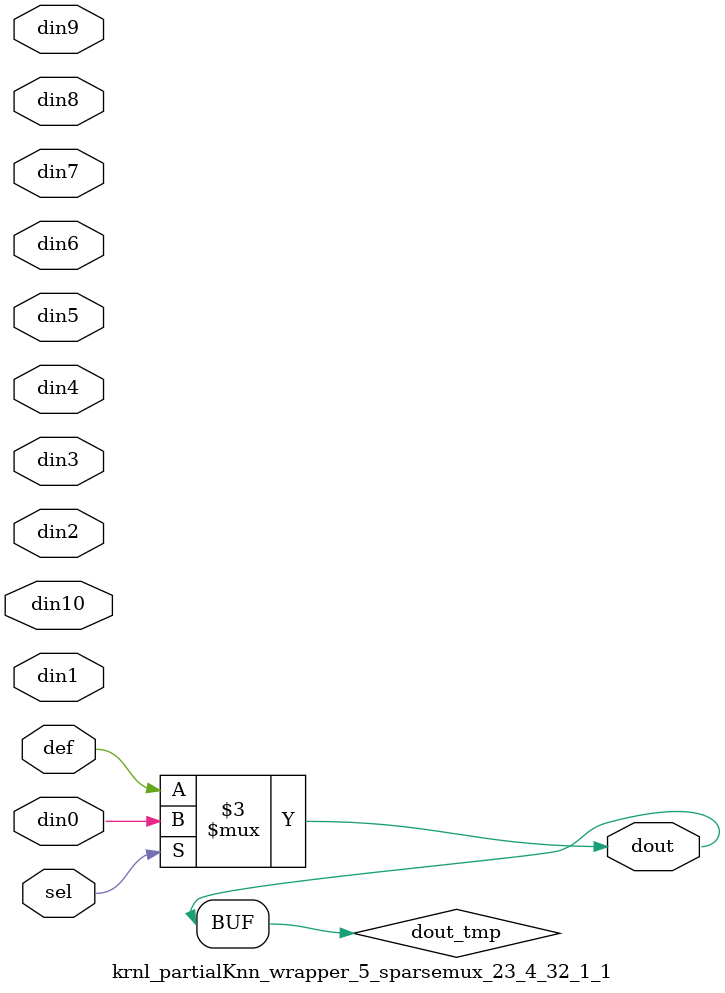
<source format=v>
`timescale 1 ns / 1 ps
module krnl_partialKnn_wrapper_5_sparsemux_23_4_32_1_1 (din0,din1,din2,din3,din4,din5,din6,din7,din8,din9,din10,def,sel,dout);
parameter din0_WIDTH = 1;
parameter din1_WIDTH = 1;
parameter din2_WIDTH = 1;
parameter din3_WIDTH = 1;
parameter din4_WIDTH = 1;
parameter din5_WIDTH = 1;
parameter din6_WIDTH = 1;
parameter din7_WIDTH = 1;
parameter din8_WIDTH = 1;
parameter din9_WIDTH = 1;
parameter din10_WIDTH = 1;
parameter def_WIDTH = 1;
parameter sel_WIDTH = 1;
parameter dout_WIDTH = 1;
parameter [sel_WIDTH-1:0] CASE0 = 1;
parameter [sel_WIDTH-1:0] CASE1 = 1;
parameter [sel_WIDTH-1:0] CASE2 = 1;
parameter [sel_WIDTH-1:0] CASE3 = 1;
parameter [sel_WIDTH-1:0] CASE4 = 1;
parameter [sel_WIDTH-1:0] CASE5 = 1;
parameter [sel_WIDTH-1:0] CASE6 = 1;
parameter [sel_WIDTH-1:0] CASE7 = 1;
parameter [sel_WIDTH-1:0] CASE8 = 1;
parameter [sel_WIDTH-1:0] CASE9 = 1;
parameter [sel_WIDTH-1:0] CASE10 = 1;
parameter ID = 1;
parameter NUM_STAGE = 1;
input [din0_WIDTH-1:0] din0;
input [din1_WIDTH-1:0] din1;
input [din2_WIDTH-1:0] din2;
input [din3_WIDTH-1:0] din3;
input [din4_WIDTH-1:0] din4;
input [din5_WIDTH-1:0] din5;
input [din6_WIDTH-1:0] din6;
input [din7_WIDTH-1:0] din7;
input [din8_WIDTH-1:0] din8;
input [din9_WIDTH-1:0] din9;
input [din10_WIDTH-1:0] din10;
input [def_WIDTH-1:0] def;
input [sel_WIDTH-1:0] sel;
output [dout_WIDTH-1:0] dout;
reg [dout_WIDTH-1:0] dout_tmp;
always @ (*) begin
case (sel)
    
    CASE0 : dout_tmp = din0;
    
    CASE1 : dout_tmp = din1;
    
    CASE2 : dout_tmp = din2;
    
    CASE3 : dout_tmp = din3;
    
    CASE4 : dout_tmp = din4;
    
    CASE5 : dout_tmp = din5;
    
    CASE6 : dout_tmp = din6;
    
    CASE7 : dout_tmp = din7;
    
    CASE8 : dout_tmp = din8;
    
    CASE9 : dout_tmp = din9;
    
    CASE10 : dout_tmp = din10;
    
    default : dout_tmp = def;
endcase
end
assign dout = dout_tmp;
endmodule
</source>
